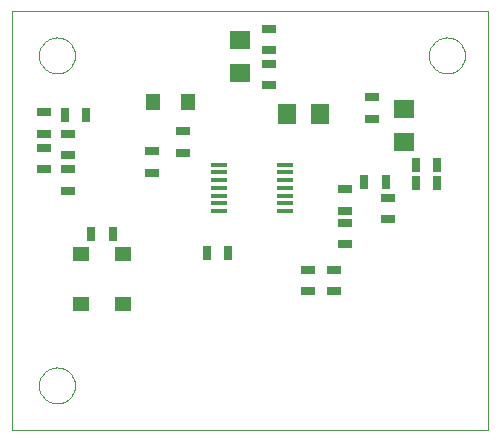
<source format=gtp>
G75*
%MOIN*%
%OFA0B0*%
%FSLAX24Y24*%
%IPPOS*%
%LPD*%
%AMOC8*
5,1,8,0,0,1.08239X$1,22.5*
%
%ADD10C,0.0000*%
%ADD11R,0.0472X0.0315*%
%ADD12R,0.0630X0.0709*%
%ADD13R,0.0709X0.0630*%
%ADD14R,0.0315X0.0472*%
%ADD15R,0.0580X0.0140*%
%ADD16R,0.0579X0.0500*%
%ADD17R,0.0472X0.0551*%
D10*
X000180Y000180D02*
X000180Y014176D01*
X016050Y014176D01*
X016050Y000180D01*
X000180Y000180D01*
X001080Y001680D02*
X001082Y001729D01*
X001088Y001777D01*
X001098Y001825D01*
X001112Y001872D01*
X001129Y001918D01*
X001150Y001962D01*
X001175Y002004D01*
X001203Y002044D01*
X001235Y002082D01*
X001269Y002117D01*
X001306Y002149D01*
X001345Y002178D01*
X001387Y002204D01*
X001431Y002226D01*
X001476Y002244D01*
X001523Y002259D01*
X001570Y002270D01*
X001619Y002277D01*
X001668Y002280D01*
X001717Y002279D01*
X001765Y002274D01*
X001814Y002265D01*
X001861Y002252D01*
X001907Y002235D01*
X001951Y002215D01*
X001994Y002191D01*
X002035Y002164D01*
X002073Y002133D01*
X002109Y002100D01*
X002141Y002064D01*
X002171Y002025D01*
X002198Y001984D01*
X002221Y001940D01*
X002240Y001895D01*
X002256Y001849D01*
X002268Y001802D01*
X002276Y001753D01*
X002280Y001704D01*
X002280Y001656D01*
X002276Y001607D01*
X002268Y001558D01*
X002256Y001511D01*
X002240Y001465D01*
X002221Y001420D01*
X002198Y001376D01*
X002171Y001335D01*
X002141Y001296D01*
X002109Y001260D01*
X002073Y001227D01*
X002035Y001196D01*
X001994Y001169D01*
X001951Y001145D01*
X001907Y001125D01*
X001861Y001108D01*
X001814Y001095D01*
X001765Y001086D01*
X001717Y001081D01*
X001668Y001080D01*
X001619Y001083D01*
X001570Y001090D01*
X001523Y001101D01*
X001476Y001116D01*
X001431Y001134D01*
X001387Y001156D01*
X001345Y001182D01*
X001306Y001211D01*
X001269Y001243D01*
X001235Y001278D01*
X001203Y001316D01*
X001175Y001356D01*
X001150Y001398D01*
X001129Y001442D01*
X001112Y001488D01*
X001098Y001535D01*
X001088Y001583D01*
X001082Y001631D01*
X001080Y001680D01*
X001080Y012680D02*
X001082Y012729D01*
X001088Y012777D01*
X001098Y012825D01*
X001112Y012872D01*
X001129Y012918D01*
X001150Y012962D01*
X001175Y013004D01*
X001203Y013044D01*
X001235Y013082D01*
X001269Y013117D01*
X001306Y013149D01*
X001345Y013178D01*
X001387Y013204D01*
X001431Y013226D01*
X001476Y013244D01*
X001523Y013259D01*
X001570Y013270D01*
X001619Y013277D01*
X001668Y013280D01*
X001717Y013279D01*
X001765Y013274D01*
X001814Y013265D01*
X001861Y013252D01*
X001907Y013235D01*
X001951Y013215D01*
X001994Y013191D01*
X002035Y013164D01*
X002073Y013133D01*
X002109Y013100D01*
X002141Y013064D01*
X002171Y013025D01*
X002198Y012984D01*
X002221Y012940D01*
X002240Y012895D01*
X002256Y012849D01*
X002268Y012802D01*
X002276Y012753D01*
X002280Y012704D01*
X002280Y012656D01*
X002276Y012607D01*
X002268Y012558D01*
X002256Y012511D01*
X002240Y012465D01*
X002221Y012420D01*
X002198Y012376D01*
X002171Y012335D01*
X002141Y012296D01*
X002109Y012260D01*
X002073Y012227D01*
X002035Y012196D01*
X001994Y012169D01*
X001951Y012145D01*
X001907Y012125D01*
X001861Y012108D01*
X001814Y012095D01*
X001765Y012086D01*
X001717Y012081D01*
X001668Y012080D01*
X001619Y012083D01*
X001570Y012090D01*
X001523Y012101D01*
X001476Y012116D01*
X001431Y012134D01*
X001387Y012156D01*
X001345Y012182D01*
X001306Y012211D01*
X001269Y012243D01*
X001235Y012278D01*
X001203Y012316D01*
X001175Y012356D01*
X001150Y012398D01*
X001129Y012442D01*
X001112Y012488D01*
X001098Y012535D01*
X001088Y012583D01*
X001082Y012631D01*
X001080Y012680D01*
X014080Y012680D02*
X014082Y012729D01*
X014088Y012777D01*
X014098Y012825D01*
X014112Y012872D01*
X014129Y012918D01*
X014150Y012962D01*
X014175Y013004D01*
X014203Y013044D01*
X014235Y013082D01*
X014269Y013117D01*
X014306Y013149D01*
X014345Y013178D01*
X014387Y013204D01*
X014431Y013226D01*
X014476Y013244D01*
X014523Y013259D01*
X014570Y013270D01*
X014619Y013277D01*
X014668Y013280D01*
X014717Y013279D01*
X014765Y013274D01*
X014814Y013265D01*
X014861Y013252D01*
X014907Y013235D01*
X014951Y013215D01*
X014994Y013191D01*
X015035Y013164D01*
X015073Y013133D01*
X015109Y013100D01*
X015141Y013064D01*
X015171Y013025D01*
X015198Y012984D01*
X015221Y012940D01*
X015240Y012895D01*
X015256Y012849D01*
X015268Y012802D01*
X015276Y012753D01*
X015280Y012704D01*
X015280Y012656D01*
X015276Y012607D01*
X015268Y012558D01*
X015256Y012511D01*
X015240Y012465D01*
X015221Y012420D01*
X015198Y012376D01*
X015171Y012335D01*
X015141Y012296D01*
X015109Y012260D01*
X015073Y012227D01*
X015035Y012196D01*
X014994Y012169D01*
X014951Y012145D01*
X014907Y012125D01*
X014861Y012108D01*
X014814Y012095D01*
X014765Y012086D01*
X014717Y012081D01*
X014668Y012080D01*
X014619Y012083D01*
X014570Y012090D01*
X014523Y012101D01*
X014476Y012116D01*
X014431Y012134D01*
X014387Y012156D01*
X014345Y012182D01*
X014306Y012211D01*
X014269Y012243D01*
X014235Y012278D01*
X014203Y012316D01*
X014175Y012356D01*
X014150Y012398D01*
X014129Y012442D01*
X014112Y012488D01*
X014098Y012535D01*
X014088Y012583D01*
X014082Y012631D01*
X014080Y012680D01*
D11*
X012187Y011286D03*
X012187Y010578D03*
X011290Y008214D03*
X011290Y007506D03*
X011290Y007094D03*
X011290Y006386D03*
X010910Y005534D03*
X010910Y004826D03*
X010050Y004826D03*
X010050Y005534D03*
X012709Y007235D03*
X012709Y007943D03*
X008734Y011684D03*
X008734Y012392D03*
X008740Y012856D03*
X008740Y013564D03*
X005893Y010154D03*
X005893Y009446D03*
X004860Y009484D03*
X004860Y008776D03*
X002037Y008882D03*
X002036Y009367D03*
X002036Y010076D03*
X001241Y010076D03*
X001242Y009594D03*
X001242Y008886D03*
X002037Y008173D03*
X001241Y010784D03*
D12*
X009363Y010744D03*
X010465Y010744D03*
D13*
X007784Y012095D03*
X007784Y013197D03*
X013262Y010886D03*
X013262Y009783D03*
D14*
X013637Y009027D03*
X013636Y008440D03*
X014344Y008440D03*
X014346Y009027D03*
X012634Y008479D03*
X011926Y008479D03*
X007376Y006099D03*
X006667Y006099D03*
X003534Y006730D03*
X002826Y006730D03*
X002654Y010711D03*
X001946Y010711D03*
D15*
X007070Y009041D03*
X007070Y008781D03*
X007070Y008531D03*
X007070Y008271D03*
X007070Y008011D03*
X007070Y007761D03*
X007070Y007501D03*
X009290Y007501D03*
X009290Y007761D03*
X009290Y008011D03*
X009290Y008271D03*
X009290Y008531D03*
X009290Y008781D03*
X009290Y009041D03*
D16*
X003880Y006076D03*
X002480Y006076D03*
X002480Y004384D03*
X003880Y004384D03*
D17*
X004869Y011120D03*
X006051Y011120D03*
M02*

</source>
